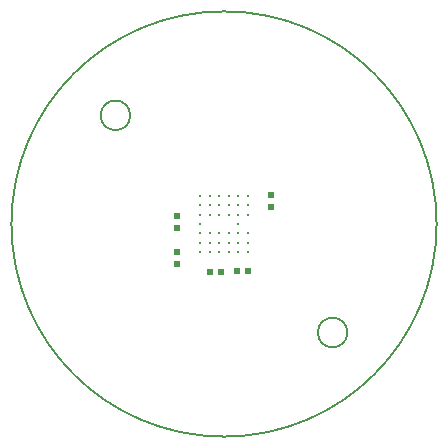
<source format=gtp>
%FSLAX25Y25*%
%MOIN*%
G70*
G01*
G75*
G04 Layer_Color=8421504*
%ADD10R,0.02362X0.02362*%
%ADD11R,0.02362X0.02362*%
%ADD12C,0.01142*%
%ADD13C,0.00500*%
%ADD14C,0.00600*%
%ADD15C,0.01200*%
%ADD16C,0.00800*%
%ADD17C,0.00250*%
%ADD18C,0.02756*%
%ADD19O,0.11024X0.07087*%
%ADD20C,0.02000*%
%ADD21C,0.01600*%
%ADD22R,0.01181X0.05906*%
%ADD23R,0.08661X0.12992*%
%ADD24C,0.00984*%
%ADD25C,0.00787*%
D10*
X8137Y-15800D02*
D03*
X4200D02*
D03*
X-900Y-15900D02*
D03*
X-4837D02*
D03*
D11*
X15700Y9537D02*
D03*
Y5600D02*
D03*
X-15600Y-9263D02*
D03*
Y-13200D02*
D03*
Y2500D02*
D03*
Y-1437D02*
D03*
D12*
X7874Y-9449D02*
D03*
X4724D02*
D03*
X1575D02*
D03*
X-1575D02*
D03*
X-4724D02*
D03*
X-7874D02*
D03*
X7874Y-6299D02*
D03*
X4724D02*
D03*
X1575D02*
D03*
X-1575D02*
D03*
X-4724D02*
D03*
X-7874D02*
D03*
X7874Y-3150D02*
D03*
X4724D02*
D03*
X1575D02*
D03*
X-1575D02*
D03*
X-4724D02*
D03*
X-7874D02*
D03*
X4724Y0D02*
D03*
X-7874D02*
D03*
X7874Y3150D02*
D03*
X4724D02*
D03*
X1575D02*
D03*
X-1575D02*
D03*
X-4724D02*
D03*
X-7874D02*
D03*
X7874Y6299D02*
D03*
X4724D02*
D03*
X1575D02*
D03*
X-1575D02*
D03*
X-4724D02*
D03*
X-7874D02*
D03*
X7874Y9449D02*
D03*
X4724D02*
D03*
X1575D02*
D03*
X-1575D02*
D03*
X-4724D02*
D03*
X-7874D02*
D03*
D13*
X70866Y0D02*
G03*
X70866Y0I-70866J0D01*
G01*
X-31270Y36191D02*
G03*
X-31270Y36191I-4921J0D01*
G01*
X41111Y-36191D02*
G03*
X41111Y-36191I-4921J0D01*
G01*
D17*
X50235Y50110D02*
G03*
X50235Y50110I-125J0D01*
G01*
X125Y70866D02*
G03*
X125Y70866I-125J0D01*
G01*
X-49985Y50110D02*
G03*
X-49985Y50110I-125J0D01*
G01*
X-70741Y0D02*
G03*
X-70741Y0I-125J0D01*
G01*
X-49985Y-50110D02*
G03*
X-49985Y-50110I-125J0D01*
G01*
X125Y-70866D02*
G03*
X125Y-70866I-125J0D01*
G01*
X50235Y-50110D02*
G03*
X50235Y-50110I-125J0D01*
G01*
X70991Y0D02*
G03*
X70991Y0I-125J0D01*
G01*
M02*

</source>
